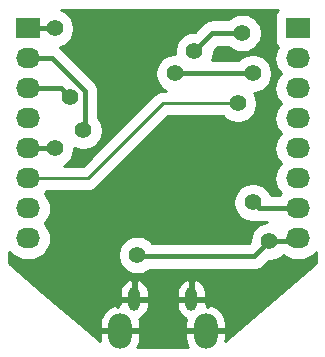
<source format=gbr>
G04 #@! TF.GenerationSoftware,KiCad,Pcbnew,5.1.10-88a1d61d58~90~ubuntu20.04.1*
G04 #@! TF.CreationDate,2021-08-10T18:40:43-04:00*
G04 #@! TF.ProjectId,ESP32-CAM-USB-Flasher,45535033-322d-4434-914d-2d5553422d46,rev?*
G04 #@! TF.SameCoordinates,PX354a940PY6350ce0*
G04 #@! TF.FileFunction,Copper,L2,Bot*
G04 #@! TF.FilePolarity,Positive*
%FSLAX46Y46*%
G04 Gerber Fmt 4.6, Leading zero omitted, Abs format (unit mm)*
G04 Created by KiCad (PCBNEW 5.1.10-88a1d61d58~90~ubuntu20.04.1) date 2021-08-10 18:40:43*
%MOMM*%
%LPD*%
G01*
G04 APERTURE LIST*
G04 #@! TA.AperFunction,ComponentPad*
%ADD10O,2.032000X1.727200*%
G04 #@! TD*
G04 #@! TA.AperFunction,ComponentPad*
%ADD11R,2.032000X1.727200*%
G04 #@! TD*
G04 #@! TA.AperFunction,ComponentPad*
%ADD12O,2.000000X3.000000*%
G04 #@! TD*
G04 #@! TA.AperFunction,ComponentPad*
%ADD13O,1.000000X2.000000*%
G04 #@! TD*
G04 #@! TA.AperFunction,ViaPad*
%ADD14C,1.400000*%
G04 #@! TD*
G04 #@! TA.AperFunction,Conductor*
%ADD15C,0.400000*%
G04 #@! TD*
G04 #@! TA.AperFunction,Conductor*
%ADD16C,0.250000*%
G04 #@! TD*
G04 #@! TA.AperFunction,Conductor*
%ADD17C,0.254000*%
G04 #@! TD*
G04 #@! TA.AperFunction,Conductor*
%ADD18C,0.050000*%
G04 #@! TD*
G04 APERTURE END LIST*
D10*
G04 #@! TO.P,J3,8*
G04 #@! TO.N,+5V*
X25400000Y10160000D03*
G04 #@! TO.P,J3,7*
G04 #@! TO.N,Net-(J1-Pad1)*
X25400000Y12700000D03*
G04 #@! TO.P,J3,6*
G04 #@! TO.N,N/C*
X25400000Y15240000D03*
G04 #@! TO.P,J3,5*
X25400000Y17780000D03*
G04 #@! TO.P,J3,4*
X25400000Y20320000D03*
G04 #@! TO.P,J3,3*
X25400000Y22860000D03*
G04 #@! TO.P,J3,2*
X25400000Y25400000D03*
D11*
G04 #@! TO.P,J3,1*
X25400000Y27940000D03*
G04 #@! TD*
D10*
G04 #@! TO.P,J1,8*
G04 #@! TO.N,N/C*
X2540000Y10160000D03*
G04 #@! TO.P,J1,7*
X2540000Y12700000D03*
G04 #@! TO.P,J1,6*
G04 #@! TO.N,/GPIO0*
X2540000Y15240000D03*
G04 #@! TO.P,J1,5*
G04 #@! TO.N,Net-(J1-Pad1)*
X2540000Y17780000D03*
G04 #@! TO.P,J1,4*
G04 #@! TO.N,N/C*
X2540000Y20320000D03*
G04 #@! TO.P,J1,3*
G04 #@! TO.N,/URXD*
X2540000Y22860000D03*
G04 #@! TO.P,J1,2*
G04 #@! TO.N,/UTXD*
X2540000Y25400000D03*
D11*
G04 #@! TO.P,J1,1*
G04 #@! TO.N,Net-(J1-Pad1)*
X2540000Y27940000D03*
G04 #@! TD*
D12*
G04 #@! TO.P,J2,6*
G04 #@! TO.N,GND*
X10345000Y2350000D03*
D13*
X11545000Y5030000D03*
X16395000Y5030000D03*
D12*
X17595000Y2350000D03*
G04 #@! TD*
D14*
G04 #@! TO.N,GND*
X7874000Y11557000D03*
X18669000Y5461000D03*
X11176000Y27940000D03*
X7874000Y27940000D03*
X10160000Y22479000D03*
X7874000Y3937000D03*
X13970000Y15875000D03*
X19177000Y13208000D03*
X5588000Y13462000D03*
G04 #@! TO.N,+5V*
X11811000Y8763000D03*
X16637000Y26035000D03*
X20701000Y27559000D03*
X22987000Y9906000D03*
G04 #@! TO.N,Net-(J1-Pad1)*
X4826000Y27940000D03*
X21590000Y13208000D03*
X21590000Y24130000D03*
X14986000Y24130000D03*
X4826000Y17780000D03*
G04 #@! TO.N,/URXD*
X6096000Y22098000D03*
G04 #@! TO.N,/UTXD*
X7239000Y19304000D03*
G04 #@! TO.N,/GPIO0*
X20320000Y21590000D03*
G04 #@! TD*
D15*
G04 #@! TO.N,+5V*
X18161000Y27559000D02*
X20701000Y27559000D01*
X16637000Y26035000D02*
X18161000Y27559000D01*
X21717000Y8636000D02*
X11938000Y8636000D01*
X11938000Y8636000D02*
X11811000Y8763000D01*
X25146000Y9906000D02*
X25400000Y10160000D01*
X22987000Y9906000D02*
X25146000Y9906000D01*
X22987000Y9906000D02*
X21717000Y8636000D01*
G04 #@! TO.N,Net-(J1-Pad1)*
X4826000Y27940000D02*
X2540000Y27940000D01*
X22098000Y12700000D02*
X21590000Y13208000D01*
X25400000Y12700000D02*
X22098000Y12700000D01*
X21590000Y24130000D02*
X14986000Y24130000D01*
X4826000Y17780000D02*
X2540000Y17780000D01*
G04 #@! TO.N,/URXD*
X5334000Y22860000D02*
X2540000Y22860000D01*
X6096000Y22098000D02*
X5334000Y22860000D01*
G04 #@! TO.N,/UTXD*
X4572000Y25400000D02*
X2540000Y25400000D01*
X7366000Y22606000D02*
X4572000Y25400000D01*
X7366000Y19431000D02*
X7366000Y22606000D01*
X7239000Y19304000D02*
X7366000Y19431000D01*
D16*
G04 #@! TO.N,/GPIO0*
X4191000Y15240000D02*
X2540000Y15240000D01*
X7620000Y15240000D02*
X4191000Y15240000D01*
X13970000Y21590000D02*
X7620000Y15240000D01*
X20320000Y21590000D02*
X13970000Y21590000D01*
G04 #@! TD*
D17*
G04 #@! TO.N,GND*
X23711130Y29476470D02*
X23592788Y29332271D01*
X23504853Y29167755D01*
X23450702Y28989244D01*
X23432418Y28803600D01*
X23432418Y27076400D01*
X23450702Y26890756D01*
X23504853Y26712245D01*
X23592788Y26547729D01*
X23711130Y26403530D01*
X23724928Y26392206D01*
X23566731Y26096239D01*
X23463198Y25754940D01*
X23428240Y25400000D01*
X23463198Y25045060D01*
X23566731Y24703761D01*
X23734857Y24389218D01*
X23947592Y24130000D01*
X23734857Y23870782D01*
X23566731Y23556239D01*
X23463198Y23214940D01*
X23428240Y22860000D01*
X23463198Y22505060D01*
X23566731Y22163761D01*
X23734857Y21849218D01*
X23947592Y21590000D01*
X23734857Y21330782D01*
X23566731Y21016239D01*
X23463198Y20674940D01*
X23428240Y20320000D01*
X23463198Y19965060D01*
X23566731Y19623761D01*
X23734857Y19309218D01*
X23947592Y19050000D01*
X23734857Y18790782D01*
X23566731Y18476239D01*
X23463198Y18134940D01*
X23428240Y17780000D01*
X23463198Y17425060D01*
X23566731Y17083761D01*
X23734857Y16769218D01*
X23947592Y16510000D01*
X23734857Y16250782D01*
X23566731Y15936239D01*
X23463198Y15594940D01*
X23428240Y15240000D01*
X23463198Y14885060D01*
X23566731Y14543761D01*
X23734857Y14229218D01*
X23947592Y13970000D01*
X23846648Y13847000D01*
X23108017Y13847000D01*
X23049552Y13988147D01*
X22869308Y14257901D01*
X22639901Y14487308D01*
X22370147Y14667552D01*
X22070412Y14791707D01*
X21752215Y14855000D01*
X21427785Y14855000D01*
X21109588Y14791707D01*
X20809853Y14667552D01*
X20540099Y14487308D01*
X20310692Y14257901D01*
X20130448Y13988147D01*
X20006293Y13688412D01*
X19943000Y13370215D01*
X19943000Y13045785D01*
X20006293Y12727588D01*
X20130448Y12427853D01*
X20310692Y12158099D01*
X20540099Y11928692D01*
X20809853Y11748448D01*
X21109588Y11624293D01*
X21427785Y11561000D01*
X21752215Y11561000D01*
X21842372Y11578933D01*
X21873149Y11569597D01*
X22041660Y11553000D01*
X22041669Y11553000D01*
X22097999Y11547452D01*
X22154329Y11553000D01*
X22824785Y11553000D01*
X22506588Y11489707D01*
X22206853Y11365552D01*
X21937099Y11185308D01*
X21707692Y10955901D01*
X21527448Y10686147D01*
X21403293Y10386412D01*
X21340000Y10068215D01*
X21340000Y9881102D01*
X21241898Y9783000D01*
X13110287Y9783000D01*
X13090308Y9812901D01*
X12860901Y10042308D01*
X12591147Y10222552D01*
X12291412Y10346707D01*
X11973215Y10410000D01*
X11648785Y10410000D01*
X11330588Y10346707D01*
X11030853Y10222552D01*
X10761099Y10042308D01*
X10531692Y9812901D01*
X10351448Y9543147D01*
X10227293Y9243412D01*
X10164000Y8925215D01*
X10164000Y8600785D01*
X10227293Y8282588D01*
X10351448Y7982853D01*
X10531692Y7713099D01*
X10761099Y7483692D01*
X11030853Y7303448D01*
X11330588Y7179293D01*
X11648785Y7116000D01*
X11973215Y7116000D01*
X12291412Y7179293D01*
X12591147Y7303448D01*
X12860901Y7483692D01*
X12866209Y7489000D01*
X21660671Y7489000D01*
X21717000Y7483452D01*
X21773329Y7489000D01*
X21773340Y7489000D01*
X21941851Y7505597D01*
X22158061Y7571184D01*
X22357322Y7677691D01*
X22531975Y7821025D01*
X22567892Y7864790D01*
X22962102Y8259000D01*
X23149215Y8259000D01*
X23467412Y8322293D01*
X23767147Y8446448D01*
X24036901Y8626692D01*
X24138310Y8728101D01*
X24236818Y8647257D01*
X24551361Y8479131D01*
X24892660Y8375598D01*
X25158657Y8349400D01*
X25641343Y8349400D01*
X25907340Y8375598D01*
X26248639Y8479131D01*
X26563182Y8647257D01*
X26838882Y8873518D01*
X26968000Y9030849D01*
X26968000Y8067057D01*
X19279332Y1476770D01*
X19322000Y1723000D01*
X19322000Y2223000D01*
X17722000Y2223000D01*
X17722000Y2203000D01*
X17468000Y2203000D01*
X17468000Y2223000D01*
X15868000Y2223000D01*
X15868000Y1723000D01*
X15925960Y1388519D01*
X16048061Y1071773D01*
X16111210Y972000D01*
X11828790Y972000D01*
X11891939Y1071773D01*
X12014040Y1388519D01*
X12072000Y1723000D01*
X12072000Y2223000D01*
X10472000Y2223000D01*
X10472000Y2203000D01*
X10218000Y2203000D01*
X10218000Y2223000D01*
X8618000Y2223000D01*
X8618000Y1723000D01*
X8660667Y1476770D01*
X6910399Y2977000D01*
X8618000Y2977000D01*
X8618000Y2477000D01*
X10218000Y2477000D01*
X10218000Y2497000D01*
X10472000Y2497000D01*
X10472000Y2477000D01*
X12072000Y2477000D01*
X12072000Y2977000D01*
X12014040Y3311481D01*
X11986054Y3384080D01*
X12121088Y3439229D01*
X12322817Y3572577D01*
X12494655Y3742718D01*
X12629999Y3943114D01*
X12723647Y4166064D01*
X12772000Y4403000D01*
X12772000Y4903000D01*
X15168000Y4903000D01*
X15168000Y4403000D01*
X15216353Y4166064D01*
X15310001Y3943114D01*
X15445345Y3742718D01*
X15617183Y3572577D01*
X15818912Y3439229D01*
X15953946Y3384080D01*
X15925960Y3311481D01*
X15868000Y2977000D01*
X15868000Y2477000D01*
X17468000Y2477000D01*
X17468000Y2497000D01*
X17722000Y2497000D01*
X17722000Y2477000D01*
X19322000Y2477000D01*
X19322000Y2977000D01*
X19264040Y3311481D01*
X19141939Y3628227D01*
X18960390Y3915066D01*
X18726370Y4160975D01*
X18448873Y4356504D01*
X18138562Y4494139D01*
X17989867Y4531252D01*
X17722002Y4390023D01*
X17722002Y4577000D01*
X17622000Y4577000D01*
X17622000Y4903000D01*
X16522000Y4903000D01*
X16522000Y4883000D01*
X16268000Y4883000D01*
X16268000Y4903000D01*
X15168000Y4903000D01*
X12772000Y4903000D01*
X11672000Y4903000D01*
X11672000Y4883000D01*
X11418000Y4883000D01*
X11418000Y4903000D01*
X10318000Y4903000D01*
X10318000Y4577000D01*
X10217998Y4577000D01*
X10217998Y4390023D01*
X9950133Y4531252D01*
X9801438Y4494139D01*
X9491127Y4356504D01*
X9213630Y4160975D01*
X8979610Y3915066D01*
X8798061Y3628227D01*
X8675960Y3311481D01*
X8618000Y2977000D01*
X6910399Y2977000D01*
X3783732Y5657000D01*
X10318000Y5657000D01*
X10318000Y5157000D01*
X11418000Y5157000D01*
X11418000Y6567506D01*
X11672000Y6567506D01*
X11672000Y5157000D01*
X12772000Y5157000D01*
X12772000Y5657000D01*
X15168000Y5657000D01*
X15168000Y5157000D01*
X16268000Y5157000D01*
X16268000Y6567506D01*
X16522000Y6567506D01*
X16522000Y5157000D01*
X17622000Y5157000D01*
X17622000Y5657000D01*
X17573647Y5893936D01*
X17479999Y6116886D01*
X17344655Y6317282D01*
X17172817Y6487423D01*
X16971088Y6620771D01*
X16747220Y6712201D01*
X16711351Y6715518D01*
X16522000Y6567506D01*
X16268000Y6567506D01*
X16078649Y6715518D01*
X16042780Y6712201D01*
X15818912Y6620771D01*
X15617183Y6487423D01*
X15445345Y6317282D01*
X15310001Y6116886D01*
X15216353Y5893936D01*
X15168000Y5657000D01*
X12772000Y5657000D01*
X12723647Y5893936D01*
X12629999Y6116886D01*
X12494655Y6317282D01*
X12322817Y6487423D01*
X12121088Y6620771D01*
X11897220Y6712201D01*
X11861351Y6715518D01*
X11672000Y6567506D01*
X11418000Y6567506D01*
X11228649Y6715518D01*
X11192780Y6712201D01*
X10968912Y6620771D01*
X10767183Y6487423D01*
X10595345Y6317282D01*
X10460001Y6116886D01*
X10366353Y5893936D01*
X10318000Y5657000D01*
X3783732Y5657000D01*
X972000Y8067055D01*
X972000Y9030849D01*
X1101118Y8873518D01*
X1376818Y8647257D01*
X1691361Y8479131D01*
X2032660Y8375598D01*
X2298657Y8349400D01*
X2781343Y8349400D01*
X3047340Y8375598D01*
X3388639Y8479131D01*
X3703182Y8647257D01*
X3978882Y8873518D01*
X4205143Y9149218D01*
X4373269Y9463761D01*
X4476802Y9805060D01*
X4511760Y10160000D01*
X4476802Y10514940D01*
X4373269Y10856239D01*
X4205143Y11170782D01*
X3992408Y11430000D01*
X4205143Y11689218D01*
X4373269Y12003761D01*
X4476802Y12345060D01*
X4511760Y12700000D01*
X4476802Y13054940D01*
X4373269Y13396239D01*
X4205143Y13710782D01*
X3992408Y13970000D01*
X4154903Y14168000D01*
X7567349Y14168000D01*
X7620000Y14162814D01*
X7672651Y14168000D01*
X7672654Y14168000D01*
X7830149Y14183512D01*
X8032221Y14244810D01*
X8218452Y14344353D01*
X8381686Y14478314D01*
X8415257Y14519221D01*
X14414037Y20518000D01*
X19062791Y20518000D01*
X19270099Y20310692D01*
X19539853Y20130448D01*
X19839588Y20006293D01*
X20157785Y19943000D01*
X20482215Y19943000D01*
X20800412Y20006293D01*
X21100147Y20130448D01*
X21369901Y20310692D01*
X21599308Y20540099D01*
X21779552Y20809853D01*
X21903707Y21109588D01*
X21967000Y21427785D01*
X21967000Y21752215D01*
X21903707Y22070412D01*
X21779552Y22370147D01*
X21704146Y22483000D01*
X21752215Y22483000D01*
X22070412Y22546293D01*
X22370147Y22670448D01*
X22639901Y22850692D01*
X22869308Y23080099D01*
X23049552Y23349853D01*
X23173707Y23649588D01*
X23237000Y23967785D01*
X23237000Y24292215D01*
X23173707Y24610412D01*
X23049552Y24910147D01*
X22869308Y25179901D01*
X22639901Y25409308D01*
X22370147Y25589552D01*
X22070412Y25713707D01*
X21752215Y25777000D01*
X21427785Y25777000D01*
X21109588Y25713707D01*
X20809853Y25589552D01*
X20540099Y25409308D01*
X20407791Y25277000D01*
X18105726Y25277000D01*
X18220707Y25554588D01*
X18284000Y25872785D01*
X18284000Y26059897D01*
X18636103Y26412000D01*
X19518791Y26412000D01*
X19651099Y26279692D01*
X19920853Y26099448D01*
X20220588Y25975293D01*
X20538785Y25912000D01*
X20863215Y25912000D01*
X21181412Y25975293D01*
X21481147Y26099448D01*
X21750901Y26279692D01*
X21980308Y26509099D01*
X22160552Y26778853D01*
X22284707Y27078588D01*
X22348000Y27396785D01*
X22348000Y27721215D01*
X22284707Y28039412D01*
X22160552Y28339147D01*
X21980308Y28608901D01*
X21750901Y28838308D01*
X21481147Y29018552D01*
X21181412Y29142707D01*
X20863215Y29206000D01*
X20538785Y29206000D01*
X20220588Y29142707D01*
X19920853Y29018552D01*
X19651099Y28838308D01*
X19518791Y28706000D01*
X18217329Y28706000D01*
X18160999Y28711548D01*
X18104669Y28706000D01*
X18104660Y28706000D01*
X17936149Y28689403D01*
X17719939Y28623816D01*
X17520678Y28517309D01*
X17520676Y28517308D01*
X17520677Y28517308D01*
X17402609Y28420412D01*
X17346025Y28373975D01*
X17310112Y28330215D01*
X16661897Y27682000D01*
X16474785Y27682000D01*
X16156588Y27618707D01*
X15856853Y27494552D01*
X15587099Y27314308D01*
X15357692Y27084901D01*
X15177448Y26815147D01*
X15053293Y26515412D01*
X14990000Y26197215D01*
X14990000Y25872785D01*
X15009053Y25777000D01*
X14823785Y25777000D01*
X14505588Y25713707D01*
X14205853Y25589552D01*
X13936099Y25409308D01*
X13706692Y25179901D01*
X13526448Y24910147D01*
X13402293Y24610412D01*
X13339000Y24292215D01*
X13339000Y23967785D01*
X13402293Y23649588D01*
X13526448Y23349853D01*
X13706692Y23080099D01*
X13936099Y22850692D01*
X14205853Y22670448D01*
X14226248Y22662000D01*
X14022650Y22662000D01*
X13969999Y22667186D01*
X13917348Y22662000D01*
X13917346Y22662000D01*
X13759851Y22646488D01*
X13557779Y22585190D01*
X13485008Y22546293D01*
X13371547Y22485647D01*
X13296690Y22424213D01*
X13208314Y22351686D01*
X13174747Y22310784D01*
X7175964Y16312000D01*
X5585752Y16312000D01*
X5606147Y16320448D01*
X5875901Y16500692D01*
X6105308Y16730099D01*
X6285552Y16999853D01*
X6409707Y17299588D01*
X6473000Y17617785D01*
X6473000Y17838588D01*
X6758588Y17720293D01*
X7076785Y17657000D01*
X7401215Y17657000D01*
X7719412Y17720293D01*
X8019147Y17844448D01*
X8288901Y18024692D01*
X8518308Y18254099D01*
X8698552Y18523853D01*
X8822707Y18823588D01*
X8886000Y19141785D01*
X8886000Y19466215D01*
X8822707Y19784412D01*
X8698552Y20084147D01*
X8518308Y20353901D01*
X8513000Y20359209D01*
X8513000Y22549668D01*
X8518548Y22606000D01*
X8513000Y22662332D01*
X8513000Y22662340D01*
X8496403Y22830851D01*
X8430816Y23047061D01*
X8430816Y23047062D01*
X8324309Y23246322D01*
X8216890Y23377213D01*
X8216887Y23377216D01*
X8180975Y23420975D01*
X8137215Y23456888D01*
X5422892Y26171210D01*
X5386975Y26214975D01*
X5232655Y26341622D01*
X5306412Y26356293D01*
X5606147Y26480448D01*
X5875901Y26660692D01*
X6105308Y26890099D01*
X6285552Y27159853D01*
X6409707Y27459588D01*
X6473000Y27777785D01*
X6473000Y28102215D01*
X6409707Y28420412D01*
X6285552Y28720147D01*
X6105308Y28989901D01*
X5875901Y29219308D01*
X5606147Y29399552D01*
X5344332Y29508000D01*
X23749549Y29508000D01*
X23711130Y29476470D01*
G04 #@! TA.AperFunction,Conductor*
D18*
G36*
X23711130Y29476470D02*
G01*
X23592788Y29332271D01*
X23504853Y29167755D01*
X23450702Y28989244D01*
X23432418Y28803600D01*
X23432418Y27076400D01*
X23450702Y26890756D01*
X23504853Y26712245D01*
X23592788Y26547729D01*
X23711130Y26403530D01*
X23724928Y26392206D01*
X23566731Y26096239D01*
X23463198Y25754940D01*
X23428240Y25400000D01*
X23463198Y25045060D01*
X23566731Y24703761D01*
X23734857Y24389218D01*
X23947592Y24130000D01*
X23734857Y23870782D01*
X23566731Y23556239D01*
X23463198Y23214940D01*
X23428240Y22860000D01*
X23463198Y22505060D01*
X23566731Y22163761D01*
X23734857Y21849218D01*
X23947592Y21590000D01*
X23734857Y21330782D01*
X23566731Y21016239D01*
X23463198Y20674940D01*
X23428240Y20320000D01*
X23463198Y19965060D01*
X23566731Y19623761D01*
X23734857Y19309218D01*
X23947592Y19050000D01*
X23734857Y18790782D01*
X23566731Y18476239D01*
X23463198Y18134940D01*
X23428240Y17780000D01*
X23463198Y17425060D01*
X23566731Y17083761D01*
X23734857Y16769218D01*
X23947592Y16510000D01*
X23734857Y16250782D01*
X23566731Y15936239D01*
X23463198Y15594940D01*
X23428240Y15240000D01*
X23463198Y14885060D01*
X23566731Y14543761D01*
X23734857Y14229218D01*
X23947592Y13970000D01*
X23846648Y13847000D01*
X23108017Y13847000D01*
X23049552Y13988147D01*
X22869308Y14257901D01*
X22639901Y14487308D01*
X22370147Y14667552D01*
X22070412Y14791707D01*
X21752215Y14855000D01*
X21427785Y14855000D01*
X21109588Y14791707D01*
X20809853Y14667552D01*
X20540099Y14487308D01*
X20310692Y14257901D01*
X20130448Y13988147D01*
X20006293Y13688412D01*
X19943000Y13370215D01*
X19943000Y13045785D01*
X20006293Y12727588D01*
X20130448Y12427853D01*
X20310692Y12158099D01*
X20540099Y11928692D01*
X20809853Y11748448D01*
X21109588Y11624293D01*
X21427785Y11561000D01*
X21752215Y11561000D01*
X21842372Y11578933D01*
X21873149Y11569597D01*
X22041660Y11553000D01*
X22041669Y11553000D01*
X22097999Y11547452D01*
X22154329Y11553000D01*
X22824785Y11553000D01*
X22506588Y11489707D01*
X22206853Y11365552D01*
X21937099Y11185308D01*
X21707692Y10955901D01*
X21527448Y10686147D01*
X21403293Y10386412D01*
X21340000Y10068215D01*
X21340000Y9881102D01*
X21241898Y9783000D01*
X13110287Y9783000D01*
X13090308Y9812901D01*
X12860901Y10042308D01*
X12591147Y10222552D01*
X12291412Y10346707D01*
X11973215Y10410000D01*
X11648785Y10410000D01*
X11330588Y10346707D01*
X11030853Y10222552D01*
X10761099Y10042308D01*
X10531692Y9812901D01*
X10351448Y9543147D01*
X10227293Y9243412D01*
X10164000Y8925215D01*
X10164000Y8600785D01*
X10227293Y8282588D01*
X10351448Y7982853D01*
X10531692Y7713099D01*
X10761099Y7483692D01*
X11030853Y7303448D01*
X11330588Y7179293D01*
X11648785Y7116000D01*
X11973215Y7116000D01*
X12291412Y7179293D01*
X12591147Y7303448D01*
X12860901Y7483692D01*
X12866209Y7489000D01*
X21660671Y7489000D01*
X21717000Y7483452D01*
X21773329Y7489000D01*
X21773340Y7489000D01*
X21941851Y7505597D01*
X22158061Y7571184D01*
X22357322Y7677691D01*
X22531975Y7821025D01*
X22567892Y7864790D01*
X22962102Y8259000D01*
X23149215Y8259000D01*
X23467412Y8322293D01*
X23767147Y8446448D01*
X24036901Y8626692D01*
X24138310Y8728101D01*
X24236818Y8647257D01*
X24551361Y8479131D01*
X24892660Y8375598D01*
X25158657Y8349400D01*
X25641343Y8349400D01*
X25907340Y8375598D01*
X26248639Y8479131D01*
X26563182Y8647257D01*
X26838882Y8873518D01*
X26968000Y9030849D01*
X26968000Y8067057D01*
X19279332Y1476770D01*
X19322000Y1723000D01*
X19322000Y2223000D01*
X17722000Y2223000D01*
X17722000Y2203000D01*
X17468000Y2203000D01*
X17468000Y2223000D01*
X15868000Y2223000D01*
X15868000Y1723000D01*
X15925960Y1388519D01*
X16048061Y1071773D01*
X16111210Y972000D01*
X11828790Y972000D01*
X11891939Y1071773D01*
X12014040Y1388519D01*
X12072000Y1723000D01*
X12072000Y2223000D01*
X10472000Y2223000D01*
X10472000Y2203000D01*
X10218000Y2203000D01*
X10218000Y2223000D01*
X8618000Y2223000D01*
X8618000Y1723000D01*
X8660667Y1476770D01*
X6910399Y2977000D01*
X8618000Y2977000D01*
X8618000Y2477000D01*
X10218000Y2477000D01*
X10218000Y2497000D01*
X10472000Y2497000D01*
X10472000Y2477000D01*
X12072000Y2477000D01*
X12072000Y2977000D01*
X12014040Y3311481D01*
X11986054Y3384080D01*
X12121088Y3439229D01*
X12322817Y3572577D01*
X12494655Y3742718D01*
X12629999Y3943114D01*
X12723647Y4166064D01*
X12772000Y4403000D01*
X12772000Y4903000D01*
X15168000Y4903000D01*
X15168000Y4403000D01*
X15216353Y4166064D01*
X15310001Y3943114D01*
X15445345Y3742718D01*
X15617183Y3572577D01*
X15818912Y3439229D01*
X15953946Y3384080D01*
X15925960Y3311481D01*
X15868000Y2977000D01*
X15868000Y2477000D01*
X17468000Y2477000D01*
X17468000Y2497000D01*
X17722000Y2497000D01*
X17722000Y2477000D01*
X19322000Y2477000D01*
X19322000Y2977000D01*
X19264040Y3311481D01*
X19141939Y3628227D01*
X18960390Y3915066D01*
X18726370Y4160975D01*
X18448873Y4356504D01*
X18138562Y4494139D01*
X17989867Y4531252D01*
X17722002Y4390023D01*
X17722002Y4577000D01*
X17622000Y4577000D01*
X17622000Y4903000D01*
X16522000Y4903000D01*
X16522000Y4883000D01*
X16268000Y4883000D01*
X16268000Y4903000D01*
X15168000Y4903000D01*
X12772000Y4903000D01*
X11672000Y4903000D01*
X11672000Y4883000D01*
X11418000Y4883000D01*
X11418000Y4903000D01*
X10318000Y4903000D01*
X10318000Y4577000D01*
X10217998Y4577000D01*
X10217998Y4390023D01*
X9950133Y4531252D01*
X9801438Y4494139D01*
X9491127Y4356504D01*
X9213630Y4160975D01*
X8979610Y3915066D01*
X8798061Y3628227D01*
X8675960Y3311481D01*
X8618000Y2977000D01*
X6910399Y2977000D01*
X3783732Y5657000D01*
X10318000Y5657000D01*
X10318000Y5157000D01*
X11418000Y5157000D01*
X11418000Y6567506D01*
X11672000Y6567506D01*
X11672000Y5157000D01*
X12772000Y5157000D01*
X12772000Y5657000D01*
X15168000Y5657000D01*
X15168000Y5157000D01*
X16268000Y5157000D01*
X16268000Y6567506D01*
X16522000Y6567506D01*
X16522000Y5157000D01*
X17622000Y5157000D01*
X17622000Y5657000D01*
X17573647Y5893936D01*
X17479999Y6116886D01*
X17344655Y6317282D01*
X17172817Y6487423D01*
X16971088Y6620771D01*
X16747220Y6712201D01*
X16711351Y6715518D01*
X16522000Y6567506D01*
X16268000Y6567506D01*
X16078649Y6715518D01*
X16042780Y6712201D01*
X15818912Y6620771D01*
X15617183Y6487423D01*
X15445345Y6317282D01*
X15310001Y6116886D01*
X15216353Y5893936D01*
X15168000Y5657000D01*
X12772000Y5657000D01*
X12723647Y5893936D01*
X12629999Y6116886D01*
X12494655Y6317282D01*
X12322817Y6487423D01*
X12121088Y6620771D01*
X11897220Y6712201D01*
X11861351Y6715518D01*
X11672000Y6567506D01*
X11418000Y6567506D01*
X11228649Y6715518D01*
X11192780Y6712201D01*
X10968912Y6620771D01*
X10767183Y6487423D01*
X10595345Y6317282D01*
X10460001Y6116886D01*
X10366353Y5893936D01*
X10318000Y5657000D01*
X3783732Y5657000D01*
X972000Y8067055D01*
X972000Y9030849D01*
X1101118Y8873518D01*
X1376818Y8647257D01*
X1691361Y8479131D01*
X2032660Y8375598D01*
X2298657Y8349400D01*
X2781343Y8349400D01*
X3047340Y8375598D01*
X3388639Y8479131D01*
X3703182Y8647257D01*
X3978882Y8873518D01*
X4205143Y9149218D01*
X4373269Y9463761D01*
X4476802Y9805060D01*
X4511760Y10160000D01*
X4476802Y10514940D01*
X4373269Y10856239D01*
X4205143Y11170782D01*
X3992408Y11430000D01*
X4205143Y11689218D01*
X4373269Y12003761D01*
X4476802Y12345060D01*
X4511760Y12700000D01*
X4476802Y13054940D01*
X4373269Y13396239D01*
X4205143Y13710782D01*
X3992408Y13970000D01*
X4154903Y14168000D01*
X7567349Y14168000D01*
X7620000Y14162814D01*
X7672651Y14168000D01*
X7672654Y14168000D01*
X7830149Y14183512D01*
X8032221Y14244810D01*
X8218452Y14344353D01*
X8381686Y14478314D01*
X8415257Y14519221D01*
X14414037Y20518000D01*
X19062791Y20518000D01*
X19270099Y20310692D01*
X19539853Y20130448D01*
X19839588Y20006293D01*
X20157785Y19943000D01*
X20482215Y19943000D01*
X20800412Y20006293D01*
X21100147Y20130448D01*
X21369901Y20310692D01*
X21599308Y20540099D01*
X21779552Y20809853D01*
X21903707Y21109588D01*
X21967000Y21427785D01*
X21967000Y21752215D01*
X21903707Y22070412D01*
X21779552Y22370147D01*
X21704146Y22483000D01*
X21752215Y22483000D01*
X22070412Y22546293D01*
X22370147Y22670448D01*
X22639901Y22850692D01*
X22869308Y23080099D01*
X23049552Y23349853D01*
X23173707Y23649588D01*
X23237000Y23967785D01*
X23237000Y24292215D01*
X23173707Y24610412D01*
X23049552Y24910147D01*
X22869308Y25179901D01*
X22639901Y25409308D01*
X22370147Y25589552D01*
X22070412Y25713707D01*
X21752215Y25777000D01*
X21427785Y25777000D01*
X21109588Y25713707D01*
X20809853Y25589552D01*
X20540099Y25409308D01*
X20407791Y25277000D01*
X18105726Y25277000D01*
X18220707Y25554588D01*
X18284000Y25872785D01*
X18284000Y26059897D01*
X18636103Y26412000D01*
X19518791Y26412000D01*
X19651099Y26279692D01*
X19920853Y26099448D01*
X20220588Y25975293D01*
X20538785Y25912000D01*
X20863215Y25912000D01*
X21181412Y25975293D01*
X21481147Y26099448D01*
X21750901Y26279692D01*
X21980308Y26509099D01*
X22160552Y26778853D01*
X22284707Y27078588D01*
X22348000Y27396785D01*
X22348000Y27721215D01*
X22284707Y28039412D01*
X22160552Y28339147D01*
X21980308Y28608901D01*
X21750901Y28838308D01*
X21481147Y29018552D01*
X21181412Y29142707D01*
X20863215Y29206000D01*
X20538785Y29206000D01*
X20220588Y29142707D01*
X19920853Y29018552D01*
X19651099Y28838308D01*
X19518791Y28706000D01*
X18217329Y28706000D01*
X18160999Y28711548D01*
X18104669Y28706000D01*
X18104660Y28706000D01*
X17936149Y28689403D01*
X17719939Y28623816D01*
X17520678Y28517309D01*
X17520676Y28517308D01*
X17520677Y28517308D01*
X17402609Y28420412D01*
X17346025Y28373975D01*
X17310112Y28330215D01*
X16661897Y27682000D01*
X16474785Y27682000D01*
X16156588Y27618707D01*
X15856853Y27494552D01*
X15587099Y27314308D01*
X15357692Y27084901D01*
X15177448Y26815147D01*
X15053293Y26515412D01*
X14990000Y26197215D01*
X14990000Y25872785D01*
X15009053Y25777000D01*
X14823785Y25777000D01*
X14505588Y25713707D01*
X14205853Y25589552D01*
X13936099Y25409308D01*
X13706692Y25179901D01*
X13526448Y24910147D01*
X13402293Y24610412D01*
X13339000Y24292215D01*
X13339000Y23967785D01*
X13402293Y23649588D01*
X13526448Y23349853D01*
X13706692Y23080099D01*
X13936099Y22850692D01*
X14205853Y22670448D01*
X14226248Y22662000D01*
X14022650Y22662000D01*
X13969999Y22667186D01*
X13917348Y22662000D01*
X13917346Y22662000D01*
X13759851Y22646488D01*
X13557779Y22585190D01*
X13485008Y22546293D01*
X13371547Y22485647D01*
X13296690Y22424213D01*
X13208314Y22351686D01*
X13174747Y22310784D01*
X7175964Y16312000D01*
X5585752Y16312000D01*
X5606147Y16320448D01*
X5875901Y16500692D01*
X6105308Y16730099D01*
X6285552Y16999853D01*
X6409707Y17299588D01*
X6473000Y17617785D01*
X6473000Y17838588D01*
X6758588Y17720293D01*
X7076785Y17657000D01*
X7401215Y17657000D01*
X7719412Y17720293D01*
X8019147Y17844448D01*
X8288901Y18024692D01*
X8518308Y18254099D01*
X8698552Y18523853D01*
X8822707Y18823588D01*
X8886000Y19141785D01*
X8886000Y19466215D01*
X8822707Y19784412D01*
X8698552Y20084147D01*
X8518308Y20353901D01*
X8513000Y20359209D01*
X8513000Y22549668D01*
X8518548Y22606000D01*
X8513000Y22662332D01*
X8513000Y22662340D01*
X8496403Y22830851D01*
X8430816Y23047061D01*
X8430816Y23047062D01*
X8324309Y23246322D01*
X8216890Y23377213D01*
X8216887Y23377216D01*
X8180975Y23420975D01*
X8137215Y23456888D01*
X5422892Y26171210D01*
X5386975Y26214975D01*
X5232655Y26341622D01*
X5306412Y26356293D01*
X5606147Y26480448D01*
X5875901Y26660692D01*
X6105308Y26890099D01*
X6285552Y27159853D01*
X6409707Y27459588D01*
X6473000Y27777785D01*
X6473000Y28102215D01*
X6409707Y28420412D01*
X6285552Y28720147D01*
X6105308Y28989901D01*
X5875901Y29219308D01*
X5606147Y29399552D01*
X5344332Y29508000D01*
X23749549Y29508000D01*
X23711130Y29476470D01*
G37*
G04 #@! TD.AperFunction*
G04 #@! TD*
M02*

</source>
